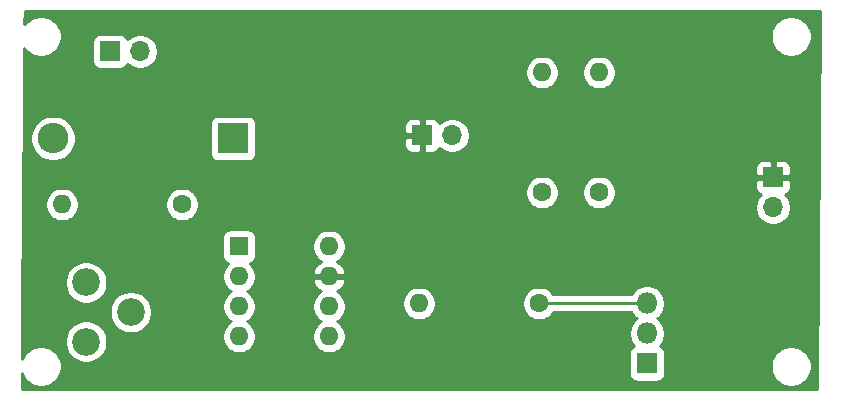
<source format=gbr>
G04 #@! TF.GenerationSoftware,KiCad,Pcbnew,5.1.5-52549c5~84~ubuntu18.04.1*
G04 #@! TF.CreationDate,2020-04-29T13:09:13+01:00*
G04 #@! TF.ProjectId,etl_driver_pcb,65746c5f-6472-4697-9665-725f7063622e,rev?*
G04 #@! TF.SameCoordinates,Original*
G04 #@! TF.FileFunction,Copper,L2,Bot*
G04 #@! TF.FilePolarity,Positive*
%FSLAX46Y46*%
G04 Gerber Fmt 4.6, Leading zero omitted, Abs format (unit mm)*
G04 Created by KiCad (PCBNEW 5.1.5-52549c5~84~ubuntu18.04.1) date 2020-04-29 13:09:13*
%MOMM*%
%LPD*%
G04 APERTURE LIST*
%ADD10C,2.340000*%
%ADD11R,2.600000X2.600000*%
%ADD12O,2.600000X2.600000*%
%ADD13R,1.700000X1.700000*%
%ADD14O,1.700000X1.700000*%
%ADD15R,1.800000X1.800000*%
%ADD16O,1.800000X1.800000*%
%ADD17C,1.600000*%
%ADD18O,1.600000X1.600000*%
%ADD19R,1.600000X1.600000*%
%ADD20C,0.250000*%
%ADD21C,0.254000*%
G04 APERTURE END LIST*
D10*
X130556000Y-120142000D03*
X134356000Y-122642000D03*
X130556000Y-125142000D03*
D11*
X143002000Y-107950000D03*
D12*
X127762000Y-107950000D03*
D13*
X132588000Y-100584000D03*
D14*
X135128000Y-100584000D03*
X161544000Y-107696000D03*
D13*
X159004000Y-107696000D03*
X188722000Y-111252000D03*
D14*
X188722000Y-113792000D03*
D15*
X178054000Y-127000000D03*
D16*
X178054000Y-124460000D03*
X178054000Y-121920000D03*
D17*
X138684000Y-113538000D03*
D18*
X128524000Y-113538000D03*
X158750000Y-121920000D03*
D17*
X168910000Y-121920000D03*
X169164000Y-112522000D03*
D18*
X169164000Y-102362000D03*
X173990000Y-102362000D03*
D17*
X173990000Y-112522000D03*
D19*
X143510000Y-117094000D03*
D18*
X151130000Y-124714000D03*
X143510000Y-119634000D03*
X151130000Y-122174000D03*
X143510000Y-122174000D03*
X151130000Y-119634000D03*
X143510000Y-124714000D03*
X151130000Y-117094000D03*
D20*
X168910000Y-121920000D02*
X178054000Y-121920000D01*
D21*
G36*
X192405996Y-129159000D02*
G01*
X125096004Y-129159000D01*
X125106472Y-127829602D01*
X125208463Y-128075831D01*
X125398337Y-128359998D01*
X125640002Y-128601663D01*
X125924169Y-128791537D01*
X126239919Y-128922325D01*
X126575117Y-128989000D01*
X126916883Y-128989000D01*
X127252081Y-128922325D01*
X127567831Y-128791537D01*
X127851998Y-128601663D01*
X128093663Y-128359998D01*
X128283537Y-128075831D01*
X128414325Y-127760081D01*
X128481000Y-127424883D01*
X128481000Y-127083117D01*
X128414325Y-126747919D01*
X128283537Y-126432169D01*
X128093663Y-126148002D01*
X127851998Y-125906337D01*
X127567831Y-125716463D01*
X127252081Y-125585675D01*
X126916883Y-125519000D01*
X126575117Y-125519000D01*
X126239919Y-125585675D01*
X125924169Y-125716463D01*
X125640002Y-125906337D01*
X125398337Y-126148002D01*
X125208463Y-126432169D01*
X125115712Y-126656090D01*
X125129033Y-124964223D01*
X128751000Y-124964223D01*
X128751000Y-125319777D01*
X128820365Y-125668499D01*
X128956429Y-125996988D01*
X129153965Y-126292621D01*
X129405379Y-126544035D01*
X129701012Y-126741571D01*
X130029501Y-126877635D01*
X130378223Y-126947000D01*
X130733777Y-126947000D01*
X131082499Y-126877635D01*
X131410988Y-126741571D01*
X131706621Y-126544035D01*
X131958035Y-126292621D01*
X132155571Y-125996988D01*
X132291635Y-125668499D01*
X132361000Y-125319777D01*
X132361000Y-124964223D01*
X132291635Y-124615501D01*
X132155571Y-124287012D01*
X131958035Y-123991379D01*
X131706621Y-123739965D01*
X131410988Y-123542429D01*
X131082499Y-123406365D01*
X130733777Y-123337000D01*
X130378223Y-123337000D01*
X130029501Y-123406365D01*
X129701012Y-123542429D01*
X129405379Y-123739965D01*
X129153965Y-123991379D01*
X128956429Y-124287012D01*
X128820365Y-124615501D01*
X128751000Y-124964223D01*
X125129033Y-124964223D01*
X125148718Y-122464223D01*
X132551000Y-122464223D01*
X132551000Y-122819777D01*
X132620365Y-123168499D01*
X132756429Y-123496988D01*
X132953965Y-123792621D01*
X133205379Y-124044035D01*
X133501012Y-124241571D01*
X133829501Y-124377635D01*
X134178223Y-124447000D01*
X134533777Y-124447000D01*
X134882499Y-124377635D01*
X135210988Y-124241571D01*
X135506621Y-124044035D01*
X135758035Y-123792621D01*
X135955571Y-123496988D01*
X136091635Y-123168499D01*
X136161000Y-122819777D01*
X136161000Y-122464223D01*
X136091635Y-122115501D01*
X135955571Y-121787012D01*
X135758035Y-121491379D01*
X135506621Y-121239965D01*
X135210988Y-121042429D01*
X134882499Y-120906365D01*
X134533777Y-120837000D01*
X134178223Y-120837000D01*
X133829501Y-120906365D01*
X133501012Y-121042429D01*
X133205379Y-121239965D01*
X132953965Y-121491379D01*
X132756429Y-121787012D01*
X132620365Y-122115501D01*
X132551000Y-122464223D01*
X125148718Y-122464223D01*
X125168403Y-119964223D01*
X128751000Y-119964223D01*
X128751000Y-120319777D01*
X128820365Y-120668499D01*
X128956429Y-120996988D01*
X129153965Y-121292621D01*
X129405379Y-121544035D01*
X129701012Y-121741571D01*
X130029501Y-121877635D01*
X130378223Y-121947000D01*
X130733777Y-121947000D01*
X131082499Y-121877635D01*
X131410988Y-121741571D01*
X131706621Y-121544035D01*
X131958035Y-121292621D01*
X132155571Y-120996988D01*
X132291635Y-120668499D01*
X132361000Y-120319777D01*
X132361000Y-119964223D01*
X132291635Y-119615501D01*
X132155571Y-119287012D01*
X131958035Y-118991379D01*
X131706621Y-118739965D01*
X131410988Y-118542429D01*
X131082499Y-118406365D01*
X130733777Y-118337000D01*
X130378223Y-118337000D01*
X130029501Y-118406365D01*
X129701012Y-118542429D01*
X129405379Y-118739965D01*
X129153965Y-118991379D01*
X128956429Y-119287012D01*
X128820365Y-119615501D01*
X128751000Y-119964223D01*
X125168403Y-119964223D01*
X125197302Y-116294000D01*
X142071928Y-116294000D01*
X142071928Y-117894000D01*
X142084188Y-118018482D01*
X142120498Y-118138180D01*
X142179463Y-118248494D01*
X142258815Y-118345185D01*
X142355506Y-118424537D01*
X142465820Y-118483502D01*
X142585518Y-118519812D01*
X142593961Y-118520643D01*
X142395363Y-118719241D01*
X142238320Y-118954273D01*
X142130147Y-119215426D01*
X142075000Y-119492665D01*
X142075000Y-119775335D01*
X142130147Y-120052574D01*
X142238320Y-120313727D01*
X142395363Y-120548759D01*
X142595241Y-120748637D01*
X142827759Y-120904000D01*
X142595241Y-121059363D01*
X142395363Y-121259241D01*
X142238320Y-121494273D01*
X142130147Y-121755426D01*
X142075000Y-122032665D01*
X142075000Y-122315335D01*
X142130147Y-122592574D01*
X142238320Y-122853727D01*
X142395363Y-123088759D01*
X142595241Y-123288637D01*
X142827759Y-123444000D01*
X142595241Y-123599363D01*
X142395363Y-123799241D01*
X142238320Y-124034273D01*
X142130147Y-124295426D01*
X142075000Y-124572665D01*
X142075000Y-124855335D01*
X142130147Y-125132574D01*
X142238320Y-125393727D01*
X142395363Y-125628759D01*
X142595241Y-125828637D01*
X142830273Y-125985680D01*
X143091426Y-126093853D01*
X143368665Y-126149000D01*
X143651335Y-126149000D01*
X143928574Y-126093853D01*
X144189727Y-125985680D01*
X144424759Y-125828637D01*
X144624637Y-125628759D01*
X144781680Y-125393727D01*
X144889853Y-125132574D01*
X144945000Y-124855335D01*
X144945000Y-124572665D01*
X144889853Y-124295426D01*
X144781680Y-124034273D01*
X144624637Y-123799241D01*
X144424759Y-123599363D01*
X144192241Y-123444000D01*
X144424759Y-123288637D01*
X144624637Y-123088759D01*
X144781680Y-122853727D01*
X144889853Y-122592574D01*
X144945000Y-122315335D01*
X144945000Y-122032665D01*
X149695000Y-122032665D01*
X149695000Y-122315335D01*
X149750147Y-122592574D01*
X149858320Y-122853727D01*
X150015363Y-123088759D01*
X150215241Y-123288637D01*
X150447759Y-123444000D01*
X150215241Y-123599363D01*
X150015363Y-123799241D01*
X149858320Y-124034273D01*
X149750147Y-124295426D01*
X149695000Y-124572665D01*
X149695000Y-124855335D01*
X149750147Y-125132574D01*
X149858320Y-125393727D01*
X150015363Y-125628759D01*
X150215241Y-125828637D01*
X150450273Y-125985680D01*
X150711426Y-126093853D01*
X150988665Y-126149000D01*
X151271335Y-126149000D01*
X151548574Y-126093853D01*
X151809727Y-125985680D01*
X152044759Y-125828637D01*
X152244637Y-125628759D01*
X152401680Y-125393727D01*
X152509853Y-125132574D01*
X152565000Y-124855335D01*
X152565000Y-124572665D01*
X152509853Y-124295426D01*
X152401680Y-124034273D01*
X152244637Y-123799241D01*
X152044759Y-123599363D01*
X151812241Y-123444000D01*
X152044759Y-123288637D01*
X152244637Y-123088759D01*
X152401680Y-122853727D01*
X152509853Y-122592574D01*
X152565000Y-122315335D01*
X152565000Y-122032665D01*
X152514476Y-121778665D01*
X157315000Y-121778665D01*
X157315000Y-122061335D01*
X157370147Y-122338574D01*
X157478320Y-122599727D01*
X157635363Y-122834759D01*
X157835241Y-123034637D01*
X158070273Y-123191680D01*
X158331426Y-123299853D01*
X158608665Y-123355000D01*
X158891335Y-123355000D01*
X159168574Y-123299853D01*
X159429727Y-123191680D01*
X159664759Y-123034637D01*
X159864637Y-122834759D01*
X160021680Y-122599727D01*
X160129853Y-122338574D01*
X160185000Y-122061335D01*
X160185000Y-121778665D01*
X167475000Y-121778665D01*
X167475000Y-122061335D01*
X167530147Y-122338574D01*
X167638320Y-122599727D01*
X167795363Y-122834759D01*
X167995241Y-123034637D01*
X168230273Y-123191680D01*
X168491426Y-123299853D01*
X168768665Y-123355000D01*
X169051335Y-123355000D01*
X169328574Y-123299853D01*
X169589727Y-123191680D01*
X169824759Y-123034637D01*
X170024637Y-122834759D01*
X170128043Y-122680000D01*
X176715687Y-122680000D01*
X176861688Y-122898505D01*
X177075495Y-123112312D01*
X177191763Y-123190000D01*
X177075495Y-123267688D01*
X176861688Y-123481495D01*
X176693701Y-123732905D01*
X176577989Y-124012257D01*
X176519000Y-124308816D01*
X176519000Y-124611184D01*
X176577989Y-124907743D01*
X176693701Y-125187095D01*
X176861688Y-125438505D01*
X176928127Y-125504944D01*
X176909820Y-125510498D01*
X176799506Y-125569463D01*
X176702815Y-125648815D01*
X176623463Y-125745506D01*
X176564498Y-125855820D01*
X176528188Y-125975518D01*
X176515928Y-126100000D01*
X176515928Y-127900000D01*
X176528188Y-128024482D01*
X176564498Y-128144180D01*
X176623463Y-128254494D01*
X176702815Y-128351185D01*
X176799506Y-128430537D01*
X176909820Y-128489502D01*
X177029518Y-128525812D01*
X177154000Y-128538072D01*
X178954000Y-128538072D01*
X179078482Y-128525812D01*
X179198180Y-128489502D01*
X179308494Y-128430537D01*
X179405185Y-128351185D01*
X179484537Y-128254494D01*
X179543502Y-128144180D01*
X179579812Y-128024482D01*
X179592072Y-127900000D01*
X179592072Y-127083117D01*
X188511000Y-127083117D01*
X188511000Y-127424883D01*
X188577675Y-127760081D01*
X188708463Y-128075831D01*
X188898337Y-128359998D01*
X189140002Y-128601663D01*
X189424169Y-128791537D01*
X189739919Y-128922325D01*
X190075117Y-128989000D01*
X190416883Y-128989000D01*
X190752081Y-128922325D01*
X191067831Y-128791537D01*
X191351998Y-128601663D01*
X191593663Y-128359998D01*
X191783537Y-128075831D01*
X191914325Y-127760081D01*
X191981000Y-127424883D01*
X191981000Y-127083117D01*
X191914325Y-126747919D01*
X191783537Y-126432169D01*
X191593663Y-126148002D01*
X191351998Y-125906337D01*
X191067831Y-125716463D01*
X190752081Y-125585675D01*
X190416883Y-125519000D01*
X190075117Y-125519000D01*
X189739919Y-125585675D01*
X189424169Y-125716463D01*
X189140002Y-125906337D01*
X188898337Y-126148002D01*
X188708463Y-126432169D01*
X188577675Y-126747919D01*
X188511000Y-127083117D01*
X179592072Y-127083117D01*
X179592072Y-126100000D01*
X179579812Y-125975518D01*
X179543502Y-125855820D01*
X179484537Y-125745506D01*
X179405185Y-125648815D01*
X179308494Y-125569463D01*
X179198180Y-125510498D01*
X179179873Y-125504944D01*
X179246312Y-125438505D01*
X179414299Y-125187095D01*
X179530011Y-124907743D01*
X179589000Y-124611184D01*
X179589000Y-124308816D01*
X179530011Y-124012257D01*
X179414299Y-123732905D01*
X179246312Y-123481495D01*
X179032505Y-123267688D01*
X178916237Y-123190000D01*
X179032505Y-123112312D01*
X179246312Y-122898505D01*
X179414299Y-122647095D01*
X179530011Y-122367743D01*
X179589000Y-122071184D01*
X179589000Y-121768816D01*
X179530011Y-121472257D01*
X179414299Y-121192905D01*
X179246312Y-120941495D01*
X179032505Y-120727688D01*
X178781095Y-120559701D01*
X178501743Y-120443989D01*
X178205184Y-120385000D01*
X177902816Y-120385000D01*
X177606257Y-120443989D01*
X177326905Y-120559701D01*
X177075495Y-120727688D01*
X176861688Y-120941495D01*
X176715687Y-121160000D01*
X170128043Y-121160000D01*
X170024637Y-121005241D01*
X169824759Y-120805363D01*
X169589727Y-120648320D01*
X169328574Y-120540147D01*
X169051335Y-120485000D01*
X168768665Y-120485000D01*
X168491426Y-120540147D01*
X168230273Y-120648320D01*
X167995241Y-120805363D01*
X167795363Y-121005241D01*
X167638320Y-121240273D01*
X167530147Y-121501426D01*
X167475000Y-121778665D01*
X160185000Y-121778665D01*
X160129853Y-121501426D01*
X160021680Y-121240273D01*
X159864637Y-121005241D01*
X159664759Y-120805363D01*
X159429727Y-120648320D01*
X159168574Y-120540147D01*
X158891335Y-120485000D01*
X158608665Y-120485000D01*
X158331426Y-120540147D01*
X158070273Y-120648320D01*
X157835241Y-120805363D01*
X157635363Y-121005241D01*
X157478320Y-121240273D01*
X157370147Y-121501426D01*
X157315000Y-121778665D01*
X152514476Y-121778665D01*
X152509853Y-121755426D01*
X152401680Y-121494273D01*
X152244637Y-121259241D01*
X152044759Y-121059363D01*
X151809727Y-120902320D01*
X151799135Y-120897933D01*
X151985131Y-120786385D01*
X152193519Y-120597414D01*
X152361037Y-120371420D01*
X152481246Y-120117087D01*
X152521904Y-119983039D01*
X152399915Y-119761000D01*
X151257000Y-119761000D01*
X151257000Y-119781000D01*
X151003000Y-119781000D01*
X151003000Y-119761000D01*
X149860085Y-119761000D01*
X149738096Y-119983039D01*
X149778754Y-120117087D01*
X149898963Y-120371420D01*
X150066481Y-120597414D01*
X150274869Y-120786385D01*
X150460865Y-120897933D01*
X150450273Y-120902320D01*
X150215241Y-121059363D01*
X150015363Y-121259241D01*
X149858320Y-121494273D01*
X149750147Y-121755426D01*
X149695000Y-122032665D01*
X144945000Y-122032665D01*
X144889853Y-121755426D01*
X144781680Y-121494273D01*
X144624637Y-121259241D01*
X144424759Y-121059363D01*
X144192241Y-120904000D01*
X144424759Y-120748637D01*
X144624637Y-120548759D01*
X144781680Y-120313727D01*
X144889853Y-120052574D01*
X144945000Y-119775335D01*
X144945000Y-119492665D01*
X144889853Y-119215426D01*
X144781680Y-118954273D01*
X144624637Y-118719241D01*
X144426039Y-118520643D01*
X144434482Y-118519812D01*
X144554180Y-118483502D01*
X144664494Y-118424537D01*
X144761185Y-118345185D01*
X144840537Y-118248494D01*
X144899502Y-118138180D01*
X144935812Y-118018482D01*
X144948072Y-117894000D01*
X144948072Y-116952665D01*
X149695000Y-116952665D01*
X149695000Y-117235335D01*
X149750147Y-117512574D01*
X149858320Y-117773727D01*
X150015363Y-118008759D01*
X150215241Y-118208637D01*
X150450273Y-118365680D01*
X150460865Y-118370067D01*
X150274869Y-118481615D01*
X150066481Y-118670586D01*
X149898963Y-118896580D01*
X149778754Y-119150913D01*
X149738096Y-119284961D01*
X149860085Y-119507000D01*
X151003000Y-119507000D01*
X151003000Y-119487000D01*
X151257000Y-119487000D01*
X151257000Y-119507000D01*
X152399915Y-119507000D01*
X152521904Y-119284961D01*
X152481246Y-119150913D01*
X152361037Y-118896580D01*
X152193519Y-118670586D01*
X151985131Y-118481615D01*
X151799135Y-118370067D01*
X151809727Y-118365680D01*
X152044759Y-118208637D01*
X152244637Y-118008759D01*
X152401680Y-117773727D01*
X152509853Y-117512574D01*
X152565000Y-117235335D01*
X152565000Y-116952665D01*
X152509853Y-116675426D01*
X152401680Y-116414273D01*
X152244637Y-116179241D01*
X152044759Y-115979363D01*
X151809727Y-115822320D01*
X151548574Y-115714147D01*
X151271335Y-115659000D01*
X150988665Y-115659000D01*
X150711426Y-115714147D01*
X150450273Y-115822320D01*
X150215241Y-115979363D01*
X150015363Y-116179241D01*
X149858320Y-116414273D01*
X149750147Y-116675426D01*
X149695000Y-116952665D01*
X144948072Y-116952665D01*
X144948072Y-116294000D01*
X144935812Y-116169518D01*
X144899502Y-116049820D01*
X144840537Y-115939506D01*
X144761185Y-115842815D01*
X144664494Y-115763463D01*
X144554180Y-115704498D01*
X144434482Y-115668188D01*
X144310000Y-115655928D01*
X142710000Y-115655928D01*
X142585518Y-115668188D01*
X142465820Y-115704498D01*
X142355506Y-115763463D01*
X142258815Y-115842815D01*
X142179463Y-115939506D01*
X142120498Y-116049820D01*
X142084188Y-116169518D01*
X142071928Y-116294000D01*
X125197302Y-116294000D01*
X125220116Y-113396665D01*
X127089000Y-113396665D01*
X127089000Y-113679335D01*
X127144147Y-113956574D01*
X127252320Y-114217727D01*
X127409363Y-114452759D01*
X127609241Y-114652637D01*
X127844273Y-114809680D01*
X128105426Y-114917853D01*
X128382665Y-114973000D01*
X128665335Y-114973000D01*
X128942574Y-114917853D01*
X129203727Y-114809680D01*
X129438759Y-114652637D01*
X129638637Y-114452759D01*
X129795680Y-114217727D01*
X129903853Y-113956574D01*
X129959000Y-113679335D01*
X129959000Y-113396665D01*
X137249000Y-113396665D01*
X137249000Y-113679335D01*
X137304147Y-113956574D01*
X137412320Y-114217727D01*
X137569363Y-114452759D01*
X137769241Y-114652637D01*
X138004273Y-114809680D01*
X138265426Y-114917853D01*
X138542665Y-114973000D01*
X138825335Y-114973000D01*
X139102574Y-114917853D01*
X139363727Y-114809680D01*
X139598759Y-114652637D01*
X139798637Y-114452759D01*
X139955680Y-114217727D01*
X140063853Y-113956574D01*
X140119000Y-113679335D01*
X140119000Y-113396665D01*
X140063853Y-113119426D01*
X139955680Y-112858273D01*
X139798637Y-112623241D01*
X139598759Y-112423363D01*
X139534857Y-112380665D01*
X167729000Y-112380665D01*
X167729000Y-112663335D01*
X167784147Y-112940574D01*
X167892320Y-113201727D01*
X168049363Y-113436759D01*
X168249241Y-113636637D01*
X168484273Y-113793680D01*
X168745426Y-113901853D01*
X169022665Y-113957000D01*
X169305335Y-113957000D01*
X169582574Y-113901853D01*
X169843727Y-113793680D01*
X170078759Y-113636637D01*
X170278637Y-113436759D01*
X170435680Y-113201727D01*
X170543853Y-112940574D01*
X170599000Y-112663335D01*
X170599000Y-112380665D01*
X172555000Y-112380665D01*
X172555000Y-112663335D01*
X172610147Y-112940574D01*
X172718320Y-113201727D01*
X172875363Y-113436759D01*
X173075241Y-113636637D01*
X173310273Y-113793680D01*
X173571426Y-113901853D01*
X173848665Y-113957000D01*
X174131335Y-113957000D01*
X174408574Y-113901853D01*
X174669727Y-113793680D01*
X174904759Y-113636637D01*
X175104637Y-113436759D01*
X175261680Y-113201727D01*
X175369853Y-112940574D01*
X175425000Y-112663335D01*
X175425000Y-112380665D01*
X175369853Y-112103426D01*
X175369263Y-112102000D01*
X187233928Y-112102000D01*
X187246188Y-112226482D01*
X187282498Y-112346180D01*
X187341463Y-112456494D01*
X187420815Y-112553185D01*
X187517506Y-112632537D01*
X187627820Y-112691502D01*
X187700380Y-112713513D01*
X187568525Y-112845368D01*
X187406010Y-113088589D01*
X187294068Y-113358842D01*
X187237000Y-113645740D01*
X187237000Y-113938260D01*
X187294068Y-114225158D01*
X187406010Y-114495411D01*
X187568525Y-114738632D01*
X187775368Y-114945475D01*
X188018589Y-115107990D01*
X188288842Y-115219932D01*
X188575740Y-115277000D01*
X188868260Y-115277000D01*
X189155158Y-115219932D01*
X189425411Y-115107990D01*
X189668632Y-114945475D01*
X189875475Y-114738632D01*
X190037990Y-114495411D01*
X190149932Y-114225158D01*
X190207000Y-113938260D01*
X190207000Y-113645740D01*
X190149932Y-113358842D01*
X190037990Y-113088589D01*
X189875475Y-112845368D01*
X189743620Y-112713513D01*
X189816180Y-112691502D01*
X189926494Y-112632537D01*
X190023185Y-112553185D01*
X190102537Y-112456494D01*
X190161502Y-112346180D01*
X190197812Y-112226482D01*
X190210072Y-112102000D01*
X190207000Y-111537750D01*
X190048250Y-111379000D01*
X188849000Y-111379000D01*
X188849000Y-111399000D01*
X188595000Y-111399000D01*
X188595000Y-111379000D01*
X187395750Y-111379000D01*
X187237000Y-111537750D01*
X187233928Y-112102000D01*
X175369263Y-112102000D01*
X175261680Y-111842273D01*
X175104637Y-111607241D01*
X174904759Y-111407363D01*
X174669727Y-111250320D01*
X174408574Y-111142147D01*
X174131335Y-111087000D01*
X173848665Y-111087000D01*
X173571426Y-111142147D01*
X173310273Y-111250320D01*
X173075241Y-111407363D01*
X172875363Y-111607241D01*
X172718320Y-111842273D01*
X172610147Y-112103426D01*
X172555000Y-112380665D01*
X170599000Y-112380665D01*
X170543853Y-112103426D01*
X170435680Y-111842273D01*
X170278637Y-111607241D01*
X170078759Y-111407363D01*
X169843727Y-111250320D01*
X169582574Y-111142147D01*
X169305335Y-111087000D01*
X169022665Y-111087000D01*
X168745426Y-111142147D01*
X168484273Y-111250320D01*
X168249241Y-111407363D01*
X168049363Y-111607241D01*
X167892320Y-111842273D01*
X167784147Y-112103426D01*
X167729000Y-112380665D01*
X139534857Y-112380665D01*
X139363727Y-112266320D01*
X139102574Y-112158147D01*
X138825335Y-112103000D01*
X138542665Y-112103000D01*
X138265426Y-112158147D01*
X138004273Y-112266320D01*
X137769241Y-112423363D01*
X137569363Y-112623241D01*
X137412320Y-112858273D01*
X137304147Y-113119426D01*
X137249000Y-113396665D01*
X129959000Y-113396665D01*
X129903853Y-113119426D01*
X129795680Y-112858273D01*
X129638637Y-112623241D01*
X129438759Y-112423363D01*
X129203727Y-112266320D01*
X128942574Y-112158147D01*
X128665335Y-112103000D01*
X128382665Y-112103000D01*
X128105426Y-112158147D01*
X127844273Y-112266320D01*
X127609241Y-112423363D01*
X127409363Y-112623241D01*
X127252320Y-112858273D01*
X127144147Y-113119426D01*
X127089000Y-113396665D01*
X125220116Y-113396665D01*
X125243696Y-110402000D01*
X187233928Y-110402000D01*
X187237000Y-110966250D01*
X187395750Y-111125000D01*
X188595000Y-111125000D01*
X188595000Y-109925750D01*
X188849000Y-109925750D01*
X188849000Y-111125000D01*
X190048250Y-111125000D01*
X190207000Y-110966250D01*
X190210072Y-110402000D01*
X190197812Y-110277518D01*
X190161502Y-110157820D01*
X190102537Y-110047506D01*
X190023185Y-109950815D01*
X189926494Y-109871463D01*
X189816180Y-109812498D01*
X189696482Y-109776188D01*
X189572000Y-109763928D01*
X189007750Y-109767000D01*
X188849000Y-109925750D01*
X188595000Y-109925750D01*
X188436250Y-109767000D01*
X187872000Y-109763928D01*
X187747518Y-109776188D01*
X187627820Y-109812498D01*
X187517506Y-109871463D01*
X187420815Y-109950815D01*
X187341463Y-110047506D01*
X187282498Y-110157820D01*
X187246188Y-110277518D01*
X187233928Y-110402000D01*
X125243696Y-110402000D01*
X125264504Y-107759419D01*
X125827000Y-107759419D01*
X125827000Y-108140581D01*
X125901361Y-108514419D01*
X126047225Y-108866566D01*
X126258987Y-109183491D01*
X126528509Y-109453013D01*
X126845434Y-109664775D01*
X127197581Y-109810639D01*
X127571419Y-109885000D01*
X127952581Y-109885000D01*
X128326419Y-109810639D01*
X128678566Y-109664775D01*
X128995491Y-109453013D01*
X129265013Y-109183491D01*
X129476775Y-108866566D01*
X129622639Y-108514419D01*
X129697000Y-108140581D01*
X129697000Y-107759419D01*
X129622639Y-107385581D01*
X129476775Y-107033434D01*
X129265013Y-106716509D01*
X129198504Y-106650000D01*
X141063928Y-106650000D01*
X141063928Y-109250000D01*
X141076188Y-109374482D01*
X141112498Y-109494180D01*
X141171463Y-109604494D01*
X141250815Y-109701185D01*
X141347506Y-109780537D01*
X141457820Y-109839502D01*
X141577518Y-109875812D01*
X141702000Y-109888072D01*
X144302000Y-109888072D01*
X144426482Y-109875812D01*
X144546180Y-109839502D01*
X144656494Y-109780537D01*
X144753185Y-109701185D01*
X144832537Y-109604494D01*
X144891502Y-109494180D01*
X144927812Y-109374482D01*
X144940072Y-109250000D01*
X144940072Y-108546000D01*
X157515928Y-108546000D01*
X157528188Y-108670482D01*
X157564498Y-108790180D01*
X157623463Y-108900494D01*
X157702815Y-108997185D01*
X157799506Y-109076537D01*
X157909820Y-109135502D01*
X158029518Y-109171812D01*
X158154000Y-109184072D01*
X158718250Y-109181000D01*
X158877000Y-109022250D01*
X158877000Y-107823000D01*
X157677750Y-107823000D01*
X157519000Y-107981750D01*
X157515928Y-108546000D01*
X144940072Y-108546000D01*
X144940072Y-106846000D01*
X157515928Y-106846000D01*
X157519000Y-107410250D01*
X157677750Y-107569000D01*
X158877000Y-107569000D01*
X158877000Y-106369750D01*
X159131000Y-106369750D01*
X159131000Y-107569000D01*
X159151000Y-107569000D01*
X159151000Y-107823000D01*
X159131000Y-107823000D01*
X159131000Y-109022250D01*
X159289750Y-109181000D01*
X159854000Y-109184072D01*
X159978482Y-109171812D01*
X160098180Y-109135502D01*
X160208494Y-109076537D01*
X160305185Y-108997185D01*
X160384537Y-108900494D01*
X160443502Y-108790180D01*
X160465513Y-108717620D01*
X160597368Y-108849475D01*
X160840589Y-109011990D01*
X161110842Y-109123932D01*
X161397740Y-109181000D01*
X161690260Y-109181000D01*
X161977158Y-109123932D01*
X162247411Y-109011990D01*
X162490632Y-108849475D01*
X162697475Y-108642632D01*
X162859990Y-108399411D01*
X162971932Y-108129158D01*
X163029000Y-107842260D01*
X163029000Y-107549740D01*
X162971932Y-107262842D01*
X162859990Y-106992589D01*
X162697475Y-106749368D01*
X162490632Y-106542525D01*
X162247411Y-106380010D01*
X161977158Y-106268068D01*
X161690260Y-106211000D01*
X161397740Y-106211000D01*
X161110842Y-106268068D01*
X160840589Y-106380010D01*
X160597368Y-106542525D01*
X160465513Y-106674380D01*
X160443502Y-106601820D01*
X160384537Y-106491506D01*
X160305185Y-106394815D01*
X160208494Y-106315463D01*
X160098180Y-106256498D01*
X159978482Y-106220188D01*
X159854000Y-106207928D01*
X159289750Y-106211000D01*
X159131000Y-106369750D01*
X158877000Y-106369750D01*
X158718250Y-106211000D01*
X158154000Y-106207928D01*
X158029518Y-106220188D01*
X157909820Y-106256498D01*
X157799506Y-106315463D01*
X157702815Y-106394815D01*
X157623463Y-106491506D01*
X157564498Y-106601820D01*
X157528188Y-106721518D01*
X157515928Y-106846000D01*
X144940072Y-106846000D01*
X144940072Y-106650000D01*
X144927812Y-106525518D01*
X144891502Y-106405820D01*
X144832537Y-106295506D01*
X144753185Y-106198815D01*
X144656494Y-106119463D01*
X144546180Y-106060498D01*
X144426482Y-106024188D01*
X144302000Y-106011928D01*
X141702000Y-106011928D01*
X141577518Y-106024188D01*
X141457820Y-106060498D01*
X141347506Y-106119463D01*
X141250815Y-106198815D01*
X141171463Y-106295506D01*
X141112498Y-106405820D01*
X141076188Y-106525518D01*
X141063928Y-106650000D01*
X129198504Y-106650000D01*
X128995491Y-106446987D01*
X128678566Y-106235225D01*
X128326419Y-106089361D01*
X127952581Y-106015000D01*
X127571419Y-106015000D01*
X127197581Y-106089361D01*
X126845434Y-106235225D01*
X126528509Y-106446987D01*
X126258987Y-106716509D01*
X126047225Y-107033434D01*
X125901361Y-107385581D01*
X125827000Y-107759419D01*
X125264504Y-107759419D01*
X125308116Y-102220665D01*
X167729000Y-102220665D01*
X167729000Y-102503335D01*
X167784147Y-102780574D01*
X167892320Y-103041727D01*
X168049363Y-103276759D01*
X168249241Y-103476637D01*
X168484273Y-103633680D01*
X168745426Y-103741853D01*
X169022665Y-103797000D01*
X169305335Y-103797000D01*
X169582574Y-103741853D01*
X169843727Y-103633680D01*
X170078759Y-103476637D01*
X170278637Y-103276759D01*
X170435680Y-103041727D01*
X170543853Y-102780574D01*
X170599000Y-102503335D01*
X170599000Y-102220665D01*
X172555000Y-102220665D01*
X172555000Y-102503335D01*
X172610147Y-102780574D01*
X172718320Y-103041727D01*
X172875363Y-103276759D01*
X173075241Y-103476637D01*
X173310273Y-103633680D01*
X173571426Y-103741853D01*
X173848665Y-103797000D01*
X174131335Y-103797000D01*
X174408574Y-103741853D01*
X174669727Y-103633680D01*
X174904759Y-103476637D01*
X175104637Y-103276759D01*
X175261680Y-103041727D01*
X175369853Y-102780574D01*
X175425000Y-102503335D01*
X175425000Y-102220665D01*
X175369853Y-101943426D01*
X175261680Y-101682273D01*
X175104637Y-101447241D01*
X174904759Y-101247363D01*
X174669727Y-101090320D01*
X174408574Y-100982147D01*
X174131335Y-100927000D01*
X173848665Y-100927000D01*
X173571426Y-100982147D01*
X173310273Y-101090320D01*
X173075241Y-101247363D01*
X172875363Y-101447241D01*
X172718320Y-101682273D01*
X172610147Y-101943426D01*
X172555000Y-102220665D01*
X170599000Y-102220665D01*
X170543853Y-101943426D01*
X170435680Y-101682273D01*
X170278637Y-101447241D01*
X170078759Y-101247363D01*
X169843727Y-101090320D01*
X169582574Y-100982147D01*
X169305335Y-100927000D01*
X169022665Y-100927000D01*
X168745426Y-100982147D01*
X168484273Y-101090320D01*
X168249241Y-101247363D01*
X168049363Y-101447241D01*
X167892320Y-101682273D01*
X167784147Y-101943426D01*
X167729000Y-102220665D01*
X125308116Y-102220665D01*
X125323181Y-100307519D01*
X125398337Y-100419998D01*
X125640002Y-100661663D01*
X125924169Y-100851537D01*
X126239919Y-100982325D01*
X126575117Y-101049000D01*
X126916883Y-101049000D01*
X127252081Y-100982325D01*
X127567831Y-100851537D01*
X127851998Y-100661663D01*
X128093663Y-100419998D01*
X128283537Y-100135831D01*
X128414325Y-99820081D01*
X128431447Y-99734000D01*
X131099928Y-99734000D01*
X131099928Y-101434000D01*
X131112188Y-101558482D01*
X131148498Y-101678180D01*
X131207463Y-101788494D01*
X131286815Y-101885185D01*
X131383506Y-101964537D01*
X131493820Y-102023502D01*
X131613518Y-102059812D01*
X131738000Y-102072072D01*
X133438000Y-102072072D01*
X133562482Y-102059812D01*
X133682180Y-102023502D01*
X133792494Y-101964537D01*
X133889185Y-101885185D01*
X133968537Y-101788494D01*
X134027502Y-101678180D01*
X134049513Y-101605620D01*
X134181368Y-101737475D01*
X134424589Y-101899990D01*
X134694842Y-102011932D01*
X134981740Y-102069000D01*
X135274260Y-102069000D01*
X135561158Y-102011932D01*
X135831411Y-101899990D01*
X136074632Y-101737475D01*
X136281475Y-101530632D01*
X136443990Y-101287411D01*
X136555932Y-101017158D01*
X136613000Y-100730260D01*
X136613000Y-100437740D01*
X136555932Y-100150842D01*
X136443990Y-99880589D01*
X136281475Y-99637368D01*
X136074632Y-99430525D01*
X135831411Y-99268010D01*
X135561158Y-99156068D01*
X135496050Y-99143117D01*
X188511000Y-99143117D01*
X188511000Y-99484883D01*
X188577675Y-99820081D01*
X188708463Y-100135831D01*
X188898337Y-100419998D01*
X189140002Y-100661663D01*
X189424169Y-100851537D01*
X189739919Y-100982325D01*
X190075117Y-101049000D01*
X190416883Y-101049000D01*
X190752081Y-100982325D01*
X191067831Y-100851537D01*
X191351998Y-100661663D01*
X191593663Y-100419998D01*
X191783537Y-100135831D01*
X191914325Y-99820081D01*
X191981000Y-99484883D01*
X191981000Y-99143117D01*
X191914325Y-98807919D01*
X191783537Y-98492169D01*
X191593663Y-98208002D01*
X191351998Y-97966337D01*
X191067831Y-97776463D01*
X190752081Y-97645675D01*
X190416883Y-97579000D01*
X190075117Y-97579000D01*
X189739919Y-97645675D01*
X189424169Y-97776463D01*
X189140002Y-97966337D01*
X188898337Y-98208002D01*
X188708463Y-98492169D01*
X188577675Y-98807919D01*
X188511000Y-99143117D01*
X135496050Y-99143117D01*
X135274260Y-99099000D01*
X134981740Y-99099000D01*
X134694842Y-99156068D01*
X134424589Y-99268010D01*
X134181368Y-99430525D01*
X134049513Y-99562380D01*
X134027502Y-99489820D01*
X133968537Y-99379506D01*
X133889185Y-99282815D01*
X133792494Y-99203463D01*
X133682180Y-99144498D01*
X133562482Y-99108188D01*
X133438000Y-99095928D01*
X131738000Y-99095928D01*
X131613518Y-99108188D01*
X131493820Y-99144498D01*
X131383506Y-99203463D01*
X131286815Y-99282815D01*
X131207463Y-99379506D01*
X131148498Y-99489820D01*
X131112188Y-99609518D01*
X131099928Y-99734000D01*
X128431447Y-99734000D01*
X128481000Y-99484883D01*
X128481000Y-99143117D01*
X128414325Y-98807919D01*
X128283537Y-98492169D01*
X128093663Y-98208002D01*
X127851998Y-97966337D01*
X127567831Y-97776463D01*
X127252081Y-97645675D01*
X126916883Y-97579000D01*
X126575117Y-97579000D01*
X126239919Y-97645675D01*
X125924169Y-97776463D01*
X125640002Y-97966337D01*
X125398337Y-98208002D01*
X125339014Y-98296786D01*
X125347807Y-97180000D01*
X192657799Y-97180000D01*
X192405996Y-129159000D01*
G37*
X192405996Y-129159000D02*
X125096004Y-129159000D01*
X125106472Y-127829602D01*
X125208463Y-128075831D01*
X125398337Y-128359998D01*
X125640002Y-128601663D01*
X125924169Y-128791537D01*
X126239919Y-128922325D01*
X126575117Y-128989000D01*
X126916883Y-128989000D01*
X127252081Y-128922325D01*
X127567831Y-128791537D01*
X127851998Y-128601663D01*
X128093663Y-128359998D01*
X128283537Y-128075831D01*
X128414325Y-127760081D01*
X128481000Y-127424883D01*
X128481000Y-127083117D01*
X128414325Y-126747919D01*
X128283537Y-126432169D01*
X128093663Y-126148002D01*
X127851998Y-125906337D01*
X127567831Y-125716463D01*
X127252081Y-125585675D01*
X126916883Y-125519000D01*
X126575117Y-125519000D01*
X126239919Y-125585675D01*
X125924169Y-125716463D01*
X125640002Y-125906337D01*
X125398337Y-126148002D01*
X125208463Y-126432169D01*
X125115712Y-126656090D01*
X125129033Y-124964223D01*
X128751000Y-124964223D01*
X128751000Y-125319777D01*
X128820365Y-125668499D01*
X128956429Y-125996988D01*
X129153965Y-126292621D01*
X129405379Y-126544035D01*
X129701012Y-126741571D01*
X130029501Y-126877635D01*
X130378223Y-126947000D01*
X130733777Y-126947000D01*
X131082499Y-126877635D01*
X131410988Y-126741571D01*
X131706621Y-126544035D01*
X131958035Y-126292621D01*
X132155571Y-125996988D01*
X132291635Y-125668499D01*
X132361000Y-125319777D01*
X132361000Y-124964223D01*
X132291635Y-124615501D01*
X132155571Y-124287012D01*
X131958035Y-123991379D01*
X131706621Y-123739965D01*
X131410988Y-123542429D01*
X131082499Y-123406365D01*
X130733777Y-123337000D01*
X130378223Y-123337000D01*
X130029501Y-123406365D01*
X129701012Y-123542429D01*
X129405379Y-123739965D01*
X129153965Y-123991379D01*
X128956429Y-124287012D01*
X128820365Y-124615501D01*
X128751000Y-124964223D01*
X125129033Y-124964223D01*
X125148718Y-122464223D01*
X132551000Y-122464223D01*
X132551000Y-122819777D01*
X132620365Y-123168499D01*
X132756429Y-123496988D01*
X132953965Y-123792621D01*
X133205379Y-124044035D01*
X133501012Y-124241571D01*
X133829501Y-124377635D01*
X134178223Y-124447000D01*
X134533777Y-124447000D01*
X134882499Y-124377635D01*
X135210988Y-124241571D01*
X135506621Y-124044035D01*
X135758035Y-123792621D01*
X135955571Y-123496988D01*
X136091635Y-123168499D01*
X136161000Y-122819777D01*
X136161000Y-122464223D01*
X136091635Y-122115501D01*
X135955571Y-121787012D01*
X135758035Y-121491379D01*
X135506621Y-121239965D01*
X135210988Y-121042429D01*
X134882499Y-120906365D01*
X134533777Y-120837000D01*
X134178223Y-120837000D01*
X133829501Y-120906365D01*
X133501012Y-121042429D01*
X133205379Y-121239965D01*
X132953965Y-121491379D01*
X132756429Y-121787012D01*
X132620365Y-122115501D01*
X132551000Y-122464223D01*
X125148718Y-122464223D01*
X125168403Y-119964223D01*
X128751000Y-119964223D01*
X128751000Y-120319777D01*
X128820365Y-120668499D01*
X128956429Y-120996988D01*
X129153965Y-121292621D01*
X129405379Y-121544035D01*
X129701012Y-121741571D01*
X130029501Y-121877635D01*
X130378223Y-121947000D01*
X130733777Y-121947000D01*
X131082499Y-121877635D01*
X131410988Y-121741571D01*
X131706621Y-121544035D01*
X131958035Y-121292621D01*
X132155571Y-120996988D01*
X132291635Y-120668499D01*
X132361000Y-120319777D01*
X132361000Y-119964223D01*
X132291635Y-119615501D01*
X132155571Y-119287012D01*
X131958035Y-118991379D01*
X131706621Y-118739965D01*
X131410988Y-118542429D01*
X131082499Y-118406365D01*
X130733777Y-118337000D01*
X130378223Y-118337000D01*
X130029501Y-118406365D01*
X129701012Y-118542429D01*
X129405379Y-118739965D01*
X129153965Y-118991379D01*
X128956429Y-119287012D01*
X128820365Y-119615501D01*
X128751000Y-119964223D01*
X125168403Y-119964223D01*
X125197302Y-116294000D01*
X142071928Y-116294000D01*
X142071928Y-117894000D01*
X142084188Y-118018482D01*
X142120498Y-118138180D01*
X142179463Y-118248494D01*
X142258815Y-118345185D01*
X142355506Y-118424537D01*
X142465820Y-118483502D01*
X142585518Y-118519812D01*
X142593961Y-118520643D01*
X142395363Y-118719241D01*
X142238320Y-118954273D01*
X142130147Y-119215426D01*
X142075000Y-119492665D01*
X142075000Y-119775335D01*
X142130147Y-120052574D01*
X142238320Y-120313727D01*
X142395363Y-120548759D01*
X142595241Y-120748637D01*
X142827759Y-120904000D01*
X142595241Y-121059363D01*
X142395363Y-121259241D01*
X142238320Y-121494273D01*
X142130147Y-121755426D01*
X142075000Y-122032665D01*
X142075000Y-122315335D01*
X142130147Y-122592574D01*
X142238320Y-122853727D01*
X142395363Y-123088759D01*
X142595241Y-123288637D01*
X142827759Y-123444000D01*
X142595241Y-123599363D01*
X142395363Y-123799241D01*
X142238320Y-124034273D01*
X142130147Y-124295426D01*
X142075000Y-124572665D01*
X142075000Y-124855335D01*
X142130147Y-125132574D01*
X142238320Y-125393727D01*
X142395363Y-125628759D01*
X142595241Y-125828637D01*
X142830273Y-125985680D01*
X143091426Y-126093853D01*
X143368665Y-126149000D01*
X143651335Y-126149000D01*
X143928574Y-126093853D01*
X144189727Y-125985680D01*
X144424759Y-125828637D01*
X144624637Y-125628759D01*
X144781680Y-125393727D01*
X144889853Y-125132574D01*
X144945000Y-124855335D01*
X144945000Y-124572665D01*
X144889853Y-124295426D01*
X144781680Y-124034273D01*
X144624637Y-123799241D01*
X144424759Y-123599363D01*
X144192241Y-123444000D01*
X144424759Y-123288637D01*
X144624637Y-123088759D01*
X144781680Y-122853727D01*
X144889853Y-122592574D01*
X144945000Y-122315335D01*
X144945000Y-122032665D01*
X149695000Y-122032665D01*
X149695000Y-122315335D01*
X149750147Y-122592574D01*
X149858320Y-122853727D01*
X150015363Y-123088759D01*
X150215241Y-123288637D01*
X150447759Y-123444000D01*
X150215241Y-123599363D01*
X150015363Y-123799241D01*
X149858320Y-124034273D01*
X149750147Y-124295426D01*
X149695000Y-124572665D01*
X149695000Y-124855335D01*
X149750147Y-125132574D01*
X149858320Y-125393727D01*
X150015363Y-125628759D01*
X150215241Y-125828637D01*
X150450273Y-125985680D01*
X150711426Y-126093853D01*
X150988665Y-126149000D01*
X151271335Y-126149000D01*
X151548574Y-126093853D01*
X151809727Y-125985680D01*
X152044759Y-125828637D01*
X152244637Y-125628759D01*
X152401680Y-125393727D01*
X152509853Y-125132574D01*
X152565000Y-124855335D01*
X152565000Y-124572665D01*
X152509853Y-124295426D01*
X152401680Y-124034273D01*
X152244637Y-123799241D01*
X152044759Y-123599363D01*
X151812241Y-123444000D01*
X152044759Y-123288637D01*
X152244637Y-123088759D01*
X152401680Y-122853727D01*
X152509853Y-122592574D01*
X152565000Y-122315335D01*
X152565000Y-122032665D01*
X152514476Y-121778665D01*
X157315000Y-121778665D01*
X157315000Y-122061335D01*
X157370147Y-122338574D01*
X157478320Y-122599727D01*
X157635363Y-122834759D01*
X157835241Y-123034637D01*
X158070273Y-123191680D01*
X158331426Y-123299853D01*
X158608665Y-123355000D01*
X158891335Y-123355000D01*
X159168574Y-123299853D01*
X159429727Y-123191680D01*
X159664759Y-123034637D01*
X159864637Y-122834759D01*
X160021680Y-122599727D01*
X160129853Y-122338574D01*
X160185000Y-122061335D01*
X160185000Y-121778665D01*
X167475000Y-121778665D01*
X167475000Y-122061335D01*
X167530147Y-122338574D01*
X167638320Y-122599727D01*
X167795363Y-122834759D01*
X167995241Y-123034637D01*
X168230273Y-123191680D01*
X168491426Y-123299853D01*
X168768665Y-123355000D01*
X169051335Y-123355000D01*
X169328574Y-123299853D01*
X169589727Y-123191680D01*
X169824759Y-123034637D01*
X170024637Y-122834759D01*
X170128043Y-122680000D01*
X176715687Y-122680000D01*
X176861688Y-122898505D01*
X177075495Y-123112312D01*
X177191763Y-123190000D01*
X177075495Y-123267688D01*
X176861688Y-123481495D01*
X176693701Y-123732905D01*
X176577989Y-124012257D01*
X176519000Y-124308816D01*
X176519000Y-124611184D01*
X176577989Y-124907743D01*
X176693701Y-125187095D01*
X176861688Y-125438505D01*
X176928127Y-125504944D01*
X176909820Y-125510498D01*
X176799506Y-125569463D01*
X176702815Y-125648815D01*
X176623463Y-125745506D01*
X176564498Y-125855820D01*
X176528188Y-125975518D01*
X176515928Y-126100000D01*
X176515928Y-127900000D01*
X176528188Y-128024482D01*
X176564498Y-128144180D01*
X176623463Y-128254494D01*
X176702815Y-128351185D01*
X176799506Y-128430537D01*
X176909820Y-128489502D01*
X177029518Y-128525812D01*
X177154000Y-128538072D01*
X178954000Y-128538072D01*
X179078482Y-128525812D01*
X179198180Y-128489502D01*
X179308494Y-128430537D01*
X179405185Y-128351185D01*
X179484537Y-128254494D01*
X179543502Y-128144180D01*
X179579812Y-128024482D01*
X179592072Y-127900000D01*
X179592072Y-127083117D01*
X188511000Y-127083117D01*
X188511000Y-127424883D01*
X188577675Y-127760081D01*
X188708463Y-128075831D01*
X188898337Y-128359998D01*
X189140002Y-128601663D01*
X189424169Y-128791537D01*
X189739919Y-128922325D01*
X190075117Y-128989000D01*
X190416883Y-128989000D01*
X190752081Y-128922325D01*
X191067831Y-128791537D01*
X191351998Y-128601663D01*
X191593663Y-128359998D01*
X191783537Y-128075831D01*
X191914325Y-127760081D01*
X191981000Y-127424883D01*
X191981000Y-127083117D01*
X191914325Y-126747919D01*
X191783537Y-126432169D01*
X191593663Y-126148002D01*
X191351998Y-125906337D01*
X191067831Y-125716463D01*
X190752081Y-125585675D01*
X190416883Y-125519000D01*
X190075117Y-125519000D01*
X189739919Y-125585675D01*
X189424169Y-125716463D01*
X189140002Y-125906337D01*
X188898337Y-126148002D01*
X188708463Y-126432169D01*
X188577675Y-126747919D01*
X188511000Y-127083117D01*
X179592072Y-127083117D01*
X179592072Y-126100000D01*
X179579812Y-125975518D01*
X179543502Y-125855820D01*
X179484537Y-125745506D01*
X179405185Y-125648815D01*
X179308494Y-125569463D01*
X179198180Y-125510498D01*
X179179873Y-125504944D01*
X179246312Y-125438505D01*
X179414299Y-125187095D01*
X179530011Y-124907743D01*
X179589000Y-124611184D01*
X179589000Y-124308816D01*
X179530011Y-124012257D01*
X179414299Y-123732905D01*
X179246312Y-123481495D01*
X179032505Y-123267688D01*
X178916237Y-123190000D01*
X179032505Y-123112312D01*
X179246312Y-122898505D01*
X179414299Y-122647095D01*
X179530011Y-122367743D01*
X179589000Y-122071184D01*
X179589000Y-121768816D01*
X179530011Y-121472257D01*
X179414299Y-121192905D01*
X179246312Y-120941495D01*
X179032505Y-120727688D01*
X178781095Y-120559701D01*
X178501743Y-120443989D01*
X178205184Y-120385000D01*
X177902816Y-120385000D01*
X177606257Y-120443989D01*
X177326905Y-120559701D01*
X177075495Y-120727688D01*
X176861688Y-120941495D01*
X176715687Y-121160000D01*
X170128043Y-121160000D01*
X170024637Y-121005241D01*
X169824759Y-120805363D01*
X169589727Y-120648320D01*
X169328574Y-120540147D01*
X169051335Y-120485000D01*
X168768665Y-120485000D01*
X168491426Y-120540147D01*
X168230273Y-120648320D01*
X167995241Y-120805363D01*
X167795363Y-121005241D01*
X167638320Y-121240273D01*
X167530147Y-121501426D01*
X167475000Y-121778665D01*
X160185000Y-121778665D01*
X160129853Y-121501426D01*
X160021680Y-121240273D01*
X159864637Y-121005241D01*
X159664759Y-120805363D01*
X159429727Y-120648320D01*
X159168574Y-120540147D01*
X158891335Y-120485000D01*
X158608665Y-120485000D01*
X158331426Y-120540147D01*
X158070273Y-120648320D01*
X157835241Y-120805363D01*
X157635363Y-121005241D01*
X157478320Y-121240273D01*
X157370147Y-121501426D01*
X157315000Y-121778665D01*
X152514476Y-121778665D01*
X152509853Y-121755426D01*
X152401680Y-121494273D01*
X152244637Y-121259241D01*
X152044759Y-121059363D01*
X151809727Y-120902320D01*
X151799135Y-120897933D01*
X151985131Y-120786385D01*
X152193519Y-120597414D01*
X152361037Y-120371420D01*
X152481246Y-120117087D01*
X152521904Y-119983039D01*
X152399915Y-119761000D01*
X151257000Y-119761000D01*
X151257000Y-119781000D01*
X151003000Y-119781000D01*
X151003000Y-119761000D01*
X149860085Y-119761000D01*
X149738096Y-119983039D01*
X149778754Y-120117087D01*
X149898963Y-120371420D01*
X150066481Y-120597414D01*
X150274869Y-120786385D01*
X150460865Y-120897933D01*
X150450273Y-120902320D01*
X150215241Y-121059363D01*
X150015363Y-121259241D01*
X149858320Y-121494273D01*
X149750147Y-121755426D01*
X149695000Y-122032665D01*
X144945000Y-122032665D01*
X144889853Y-121755426D01*
X144781680Y-121494273D01*
X144624637Y-121259241D01*
X144424759Y-121059363D01*
X144192241Y-120904000D01*
X144424759Y-120748637D01*
X144624637Y-120548759D01*
X144781680Y-120313727D01*
X144889853Y-120052574D01*
X144945000Y-119775335D01*
X144945000Y-119492665D01*
X144889853Y-119215426D01*
X144781680Y-118954273D01*
X144624637Y-118719241D01*
X144426039Y-118520643D01*
X144434482Y-118519812D01*
X144554180Y-118483502D01*
X144664494Y-118424537D01*
X144761185Y-118345185D01*
X144840537Y-118248494D01*
X144899502Y-118138180D01*
X144935812Y-118018482D01*
X144948072Y-117894000D01*
X144948072Y-116952665D01*
X149695000Y-116952665D01*
X149695000Y-117235335D01*
X149750147Y-117512574D01*
X149858320Y-117773727D01*
X150015363Y-118008759D01*
X150215241Y-118208637D01*
X150450273Y-118365680D01*
X150460865Y-118370067D01*
X150274869Y-118481615D01*
X150066481Y-118670586D01*
X149898963Y-118896580D01*
X149778754Y-119150913D01*
X149738096Y-119284961D01*
X149860085Y-119507000D01*
X151003000Y-119507000D01*
X151003000Y-119487000D01*
X151257000Y-119487000D01*
X151257000Y-119507000D01*
X152399915Y-119507000D01*
X152521904Y-119284961D01*
X152481246Y-119150913D01*
X152361037Y-118896580D01*
X152193519Y-118670586D01*
X151985131Y-118481615D01*
X151799135Y-118370067D01*
X151809727Y-118365680D01*
X152044759Y-118208637D01*
X152244637Y-118008759D01*
X152401680Y-117773727D01*
X152509853Y-117512574D01*
X152565000Y-117235335D01*
X152565000Y-116952665D01*
X152509853Y-116675426D01*
X152401680Y-116414273D01*
X152244637Y-116179241D01*
X152044759Y-115979363D01*
X151809727Y-115822320D01*
X151548574Y-115714147D01*
X151271335Y-115659000D01*
X150988665Y-115659000D01*
X150711426Y-115714147D01*
X150450273Y-115822320D01*
X150215241Y-115979363D01*
X150015363Y-116179241D01*
X149858320Y-116414273D01*
X149750147Y-116675426D01*
X149695000Y-116952665D01*
X144948072Y-116952665D01*
X144948072Y-116294000D01*
X144935812Y-116169518D01*
X144899502Y-116049820D01*
X144840537Y-115939506D01*
X144761185Y-115842815D01*
X144664494Y-115763463D01*
X144554180Y-115704498D01*
X144434482Y-115668188D01*
X144310000Y-115655928D01*
X142710000Y-115655928D01*
X142585518Y-115668188D01*
X142465820Y-115704498D01*
X142355506Y-115763463D01*
X142258815Y-115842815D01*
X142179463Y-115939506D01*
X142120498Y-116049820D01*
X142084188Y-116169518D01*
X142071928Y-116294000D01*
X125197302Y-116294000D01*
X125220116Y-113396665D01*
X127089000Y-113396665D01*
X127089000Y-113679335D01*
X127144147Y-113956574D01*
X127252320Y-114217727D01*
X127409363Y-114452759D01*
X127609241Y-114652637D01*
X127844273Y-114809680D01*
X128105426Y-114917853D01*
X128382665Y-114973000D01*
X128665335Y-114973000D01*
X128942574Y-114917853D01*
X129203727Y-114809680D01*
X129438759Y-114652637D01*
X129638637Y-114452759D01*
X129795680Y-114217727D01*
X129903853Y-113956574D01*
X129959000Y-113679335D01*
X129959000Y-113396665D01*
X137249000Y-113396665D01*
X137249000Y-113679335D01*
X137304147Y-113956574D01*
X137412320Y-114217727D01*
X137569363Y-114452759D01*
X137769241Y-114652637D01*
X138004273Y-114809680D01*
X138265426Y-114917853D01*
X138542665Y-114973000D01*
X138825335Y-114973000D01*
X139102574Y-114917853D01*
X139363727Y-114809680D01*
X139598759Y-114652637D01*
X139798637Y-114452759D01*
X139955680Y-114217727D01*
X140063853Y-113956574D01*
X140119000Y-113679335D01*
X140119000Y-113396665D01*
X140063853Y-113119426D01*
X139955680Y-112858273D01*
X139798637Y-112623241D01*
X139598759Y-112423363D01*
X139534857Y-112380665D01*
X167729000Y-112380665D01*
X167729000Y-112663335D01*
X167784147Y-112940574D01*
X167892320Y-113201727D01*
X168049363Y-113436759D01*
X168249241Y-113636637D01*
X168484273Y-113793680D01*
X168745426Y-113901853D01*
X169022665Y-113957000D01*
X169305335Y-113957000D01*
X169582574Y-113901853D01*
X169843727Y-113793680D01*
X170078759Y-113636637D01*
X170278637Y-113436759D01*
X170435680Y-113201727D01*
X170543853Y-112940574D01*
X170599000Y-112663335D01*
X170599000Y-112380665D01*
X172555000Y-112380665D01*
X172555000Y-112663335D01*
X172610147Y-112940574D01*
X172718320Y-113201727D01*
X172875363Y-113436759D01*
X173075241Y-113636637D01*
X173310273Y-113793680D01*
X173571426Y-113901853D01*
X173848665Y-113957000D01*
X174131335Y-113957000D01*
X174408574Y-113901853D01*
X174669727Y-113793680D01*
X174904759Y-113636637D01*
X175104637Y-113436759D01*
X175261680Y-113201727D01*
X175369853Y-112940574D01*
X175425000Y-112663335D01*
X175425000Y-112380665D01*
X175369853Y-112103426D01*
X175369263Y-112102000D01*
X187233928Y-112102000D01*
X187246188Y-112226482D01*
X187282498Y-112346180D01*
X187341463Y-112456494D01*
X187420815Y-112553185D01*
X187517506Y-112632537D01*
X187627820Y-112691502D01*
X187700380Y-112713513D01*
X187568525Y-112845368D01*
X187406010Y-113088589D01*
X187294068Y-113358842D01*
X187237000Y-113645740D01*
X187237000Y-113938260D01*
X187294068Y-114225158D01*
X187406010Y-114495411D01*
X187568525Y-114738632D01*
X187775368Y-114945475D01*
X188018589Y-115107990D01*
X188288842Y-115219932D01*
X188575740Y-115277000D01*
X188868260Y-115277000D01*
X189155158Y-115219932D01*
X189425411Y-115107990D01*
X189668632Y-114945475D01*
X189875475Y-114738632D01*
X190037990Y-114495411D01*
X190149932Y-114225158D01*
X190207000Y-113938260D01*
X190207000Y-113645740D01*
X190149932Y-113358842D01*
X190037990Y-113088589D01*
X189875475Y-112845368D01*
X189743620Y-112713513D01*
X189816180Y-112691502D01*
X189926494Y-112632537D01*
X190023185Y-112553185D01*
X190102537Y-112456494D01*
X190161502Y-112346180D01*
X190197812Y-112226482D01*
X190210072Y-112102000D01*
X190207000Y-111537750D01*
X190048250Y-111379000D01*
X188849000Y-111379000D01*
X188849000Y-111399000D01*
X188595000Y-111399000D01*
X188595000Y-111379000D01*
X187395750Y-111379000D01*
X187237000Y-111537750D01*
X187233928Y-112102000D01*
X175369263Y-112102000D01*
X175261680Y-111842273D01*
X175104637Y-111607241D01*
X174904759Y-111407363D01*
X174669727Y-111250320D01*
X174408574Y-111142147D01*
X174131335Y-111087000D01*
X173848665Y-111087000D01*
X173571426Y-111142147D01*
X173310273Y-111250320D01*
X173075241Y-111407363D01*
X172875363Y-111607241D01*
X172718320Y-111842273D01*
X172610147Y-112103426D01*
X172555000Y-112380665D01*
X170599000Y-112380665D01*
X170543853Y-112103426D01*
X170435680Y-111842273D01*
X170278637Y-111607241D01*
X170078759Y-111407363D01*
X169843727Y-111250320D01*
X169582574Y-111142147D01*
X169305335Y-111087000D01*
X169022665Y-111087000D01*
X168745426Y-111142147D01*
X168484273Y-111250320D01*
X168249241Y-111407363D01*
X168049363Y-111607241D01*
X167892320Y-111842273D01*
X167784147Y-112103426D01*
X167729000Y-112380665D01*
X139534857Y-112380665D01*
X139363727Y-112266320D01*
X139102574Y-112158147D01*
X138825335Y-112103000D01*
X138542665Y-112103000D01*
X138265426Y-112158147D01*
X138004273Y-112266320D01*
X137769241Y-112423363D01*
X137569363Y-112623241D01*
X137412320Y-112858273D01*
X137304147Y-113119426D01*
X137249000Y-113396665D01*
X129959000Y-113396665D01*
X129903853Y-113119426D01*
X129795680Y-112858273D01*
X129638637Y-112623241D01*
X129438759Y-112423363D01*
X129203727Y-112266320D01*
X128942574Y-112158147D01*
X128665335Y-112103000D01*
X128382665Y-112103000D01*
X128105426Y-112158147D01*
X127844273Y-112266320D01*
X127609241Y-112423363D01*
X127409363Y-112623241D01*
X127252320Y-112858273D01*
X127144147Y-113119426D01*
X127089000Y-113396665D01*
X125220116Y-113396665D01*
X125243696Y-110402000D01*
X187233928Y-110402000D01*
X187237000Y-110966250D01*
X187395750Y-111125000D01*
X188595000Y-111125000D01*
X188595000Y-109925750D01*
X188849000Y-109925750D01*
X188849000Y-111125000D01*
X190048250Y-111125000D01*
X190207000Y-110966250D01*
X190210072Y-110402000D01*
X190197812Y-110277518D01*
X190161502Y-110157820D01*
X190102537Y-110047506D01*
X190023185Y-109950815D01*
X189926494Y-109871463D01*
X189816180Y-109812498D01*
X189696482Y-109776188D01*
X189572000Y-109763928D01*
X189007750Y-109767000D01*
X188849000Y-109925750D01*
X188595000Y-109925750D01*
X188436250Y-109767000D01*
X187872000Y-109763928D01*
X187747518Y-109776188D01*
X187627820Y-109812498D01*
X187517506Y-109871463D01*
X187420815Y-109950815D01*
X187341463Y-110047506D01*
X187282498Y-110157820D01*
X187246188Y-110277518D01*
X187233928Y-110402000D01*
X125243696Y-110402000D01*
X125264504Y-107759419D01*
X125827000Y-107759419D01*
X125827000Y-108140581D01*
X125901361Y-108514419D01*
X126047225Y-108866566D01*
X126258987Y-109183491D01*
X126528509Y-109453013D01*
X126845434Y-109664775D01*
X127197581Y-109810639D01*
X127571419Y-109885000D01*
X127952581Y-109885000D01*
X128326419Y-109810639D01*
X128678566Y-109664775D01*
X128995491Y-109453013D01*
X129265013Y-109183491D01*
X129476775Y-108866566D01*
X129622639Y-108514419D01*
X129697000Y-108140581D01*
X129697000Y-107759419D01*
X129622639Y-107385581D01*
X129476775Y-107033434D01*
X129265013Y-106716509D01*
X129198504Y-106650000D01*
X141063928Y-106650000D01*
X141063928Y-109250000D01*
X141076188Y-109374482D01*
X141112498Y-109494180D01*
X141171463Y-109604494D01*
X141250815Y-109701185D01*
X141347506Y-109780537D01*
X141457820Y-109839502D01*
X141577518Y-109875812D01*
X141702000Y-109888072D01*
X144302000Y-109888072D01*
X144426482Y-109875812D01*
X144546180Y-109839502D01*
X144656494Y-109780537D01*
X144753185Y-109701185D01*
X144832537Y-109604494D01*
X144891502Y-109494180D01*
X144927812Y-109374482D01*
X144940072Y-109250000D01*
X144940072Y-108546000D01*
X157515928Y-108546000D01*
X157528188Y-108670482D01*
X157564498Y-108790180D01*
X157623463Y-108900494D01*
X157702815Y-108997185D01*
X157799506Y-109076537D01*
X157909820Y-109135502D01*
X158029518Y-109171812D01*
X158154000Y-109184072D01*
X158718250Y-109181000D01*
X158877000Y-109022250D01*
X158877000Y-107823000D01*
X157677750Y-107823000D01*
X157519000Y-107981750D01*
X157515928Y-108546000D01*
X144940072Y-108546000D01*
X144940072Y-106846000D01*
X157515928Y-106846000D01*
X157519000Y-107410250D01*
X157677750Y-107569000D01*
X158877000Y-107569000D01*
X158877000Y-106369750D01*
X159131000Y-106369750D01*
X159131000Y-107569000D01*
X159151000Y-107569000D01*
X159151000Y-107823000D01*
X159131000Y-107823000D01*
X159131000Y-109022250D01*
X159289750Y-109181000D01*
X159854000Y-109184072D01*
X159978482Y-109171812D01*
X160098180Y-109135502D01*
X160208494Y-109076537D01*
X160305185Y-108997185D01*
X160384537Y-108900494D01*
X160443502Y-108790180D01*
X160465513Y-108717620D01*
X160597368Y-108849475D01*
X160840589Y-109011990D01*
X161110842Y-109123932D01*
X161397740Y-109181000D01*
X161690260Y-109181000D01*
X161977158Y-109123932D01*
X162247411Y-109011990D01*
X162490632Y-108849475D01*
X162697475Y-108642632D01*
X162859990Y-108399411D01*
X162971932Y-108129158D01*
X163029000Y-107842260D01*
X163029000Y-107549740D01*
X162971932Y-107262842D01*
X162859990Y-106992589D01*
X162697475Y-106749368D01*
X162490632Y-106542525D01*
X162247411Y-106380010D01*
X161977158Y-106268068D01*
X161690260Y-106211000D01*
X161397740Y-106211000D01*
X161110842Y-106268068D01*
X160840589Y-106380010D01*
X160597368Y-106542525D01*
X160465513Y-106674380D01*
X160443502Y-106601820D01*
X160384537Y-106491506D01*
X160305185Y-106394815D01*
X160208494Y-106315463D01*
X160098180Y-106256498D01*
X159978482Y-106220188D01*
X159854000Y-106207928D01*
X159289750Y-106211000D01*
X159131000Y-106369750D01*
X158877000Y-106369750D01*
X158718250Y-106211000D01*
X158154000Y-106207928D01*
X158029518Y-106220188D01*
X157909820Y-106256498D01*
X157799506Y-106315463D01*
X157702815Y-106394815D01*
X157623463Y-106491506D01*
X157564498Y-106601820D01*
X157528188Y-106721518D01*
X157515928Y-106846000D01*
X144940072Y-106846000D01*
X144940072Y-106650000D01*
X144927812Y-106525518D01*
X144891502Y-106405820D01*
X144832537Y-106295506D01*
X144753185Y-106198815D01*
X144656494Y-106119463D01*
X144546180Y-106060498D01*
X144426482Y-106024188D01*
X144302000Y-106011928D01*
X141702000Y-106011928D01*
X141577518Y-106024188D01*
X141457820Y-106060498D01*
X141347506Y-106119463D01*
X141250815Y-106198815D01*
X141171463Y-106295506D01*
X141112498Y-106405820D01*
X141076188Y-106525518D01*
X141063928Y-106650000D01*
X129198504Y-106650000D01*
X128995491Y-106446987D01*
X128678566Y-106235225D01*
X128326419Y-106089361D01*
X127952581Y-106015000D01*
X127571419Y-106015000D01*
X127197581Y-106089361D01*
X126845434Y-106235225D01*
X126528509Y-106446987D01*
X126258987Y-106716509D01*
X126047225Y-107033434D01*
X125901361Y-107385581D01*
X125827000Y-107759419D01*
X125264504Y-107759419D01*
X125308116Y-102220665D01*
X167729000Y-102220665D01*
X167729000Y-102503335D01*
X167784147Y-102780574D01*
X167892320Y-103041727D01*
X168049363Y-103276759D01*
X168249241Y-103476637D01*
X168484273Y-103633680D01*
X168745426Y-103741853D01*
X169022665Y-103797000D01*
X169305335Y-103797000D01*
X169582574Y-103741853D01*
X169843727Y-103633680D01*
X170078759Y-103476637D01*
X170278637Y-103276759D01*
X170435680Y-103041727D01*
X170543853Y-102780574D01*
X170599000Y-102503335D01*
X170599000Y-102220665D01*
X172555000Y-102220665D01*
X172555000Y-102503335D01*
X172610147Y-102780574D01*
X172718320Y-103041727D01*
X172875363Y-103276759D01*
X173075241Y-103476637D01*
X173310273Y-103633680D01*
X173571426Y-103741853D01*
X173848665Y-103797000D01*
X174131335Y-103797000D01*
X174408574Y-103741853D01*
X174669727Y-103633680D01*
X174904759Y-103476637D01*
X175104637Y-103276759D01*
X175261680Y-103041727D01*
X175369853Y-102780574D01*
X175425000Y-102503335D01*
X175425000Y-102220665D01*
X175369853Y-101943426D01*
X175261680Y-101682273D01*
X175104637Y-101447241D01*
X174904759Y-101247363D01*
X174669727Y-101090320D01*
X174408574Y-100982147D01*
X174131335Y-100927000D01*
X173848665Y-100927000D01*
X173571426Y-100982147D01*
X173310273Y-101090320D01*
X173075241Y-101247363D01*
X172875363Y-101447241D01*
X172718320Y-101682273D01*
X172610147Y-101943426D01*
X172555000Y-102220665D01*
X170599000Y-102220665D01*
X170543853Y-101943426D01*
X170435680Y-101682273D01*
X170278637Y-101447241D01*
X170078759Y-101247363D01*
X169843727Y-101090320D01*
X169582574Y-100982147D01*
X169305335Y-100927000D01*
X169022665Y-100927000D01*
X168745426Y-100982147D01*
X168484273Y-101090320D01*
X168249241Y-101247363D01*
X168049363Y-101447241D01*
X167892320Y-101682273D01*
X167784147Y-101943426D01*
X167729000Y-102220665D01*
X125308116Y-102220665D01*
X125323181Y-100307519D01*
X125398337Y-100419998D01*
X125640002Y-100661663D01*
X125924169Y-100851537D01*
X126239919Y-100982325D01*
X126575117Y-101049000D01*
X126916883Y-101049000D01*
X127252081Y-100982325D01*
X127567831Y-100851537D01*
X127851998Y-100661663D01*
X128093663Y-100419998D01*
X128283537Y-100135831D01*
X128414325Y-99820081D01*
X128431447Y-99734000D01*
X131099928Y-99734000D01*
X131099928Y-101434000D01*
X131112188Y-101558482D01*
X131148498Y-101678180D01*
X131207463Y-101788494D01*
X131286815Y-101885185D01*
X131383506Y-101964537D01*
X131493820Y-102023502D01*
X131613518Y-102059812D01*
X131738000Y-102072072D01*
X133438000Y-102072072D01*
X133562482Y-102059812D01*
X133682180Y-102023502D01*
X133792494Y-101964537D01*
X133889185Y-101885185D01*
X133968537Y-101788494D01*
X134027502Y-101678180D01*
X134049513Y-101605620D01*
X134181368Y-101737475D01*
X134424589Y-101899990D01*
X134694842Y-102011932D01*
X134981740Y-102069000D01*
X135274260Y-102069000D01*
X135561158Y-102011932D01*
X135831411Y-101899990D01*
X136074632Y-101737475D01*
X136281475Y-101530632D01*
X136443990Y-101287411D01*
X136555932Y-101017158D01*
X136613000Y-100730260D01*
X136613000Y-100437740D01*
X136555932Y-100150842D01*
X136443990Y-99880589D01*
X136281475Y-99637368D01*
X136074632Y-99430525D01*
X135831411Y-99268010D01*
X135561158Y-99156068D01*
X135496050Y-99143117D01*
X188511000Y-99143117D01*
X188511000Y-99484883D01*
X188577675Y-99820081D01*
X188708463Y-100135831D01*
X188898337Y-100419998D01*
X189140002Y-100661663D01*
X189424169Y-100851537D01*
X189739919Y-100982325D01*
X190075117Y-101049000D01*
X190416883Y-101049000D01*
X190752081Y-100982325D01*
X191067831Y-100851537D01*
X191351998Y-100661663D01*
X191593663Y-100419998D01*
X191783537Y-100135831D01*
X191914325Y-99820081D01*
X191981000Y-99484883D01*
X191981000Y-99143117D01*
X191914325Y-98807919D01*
X191783537Y-98492169D01*
X191593663Y-98208002D01*
X191351998Y-97966337D01*
X191067831Y-97776463D01*
X190752081Y-97645675D01*
X190416883Y-97579000D01*
X190075117Y-97579000D01*
X189739919Y-97645675D01*
X189424169Y-97776463D01*
X189140002Y-97966337D01*
X188898337Y-98208002D01*
X188708463Y-98492169D01*
X188577675Y-98807919D01*
X188511000Y-99143117D01*
X135496050Y-99143117D01*
X135274260Y-99099000D01*
X134981740Y-99099000D01*
X134694842Y-99156068D01*
X134424589Y-99268010D01*
X134181368Y-99430525D01*
X134049513Y-99562380D01*
X134027502Y-99489820D01*
X133968537Y-99379506D01*
X133889185Y-99282815D01*
X133792494Y-99203463D01*
X133682180Y-99144498D01*
X133562482Y-99108188D01*
X133438000Y-99095928D01*
X131738000Y-99095928D01*
X131613518Y-99108188D01*
X131493820Y-99144498D01*
X131383506Y-99203463D01*
X131286815Y-99282815D01*
X131207463Y-99379506D01*
X131148498Y-99489820D01*
X131112188Y-99609518D01*
X131099928Y-99734000D01*
X128431447Y-99734000D01*
X128481000Y-99484883D01*
X128481000Y-99143117D01*
X128414325Y-98807919D01*
X128283537Y-98492169D01*
X128093663Y-98208002D01*
X127851998Y-97966337D01*
X127567831Y-97776463D01*
X127252081Y-97645675D01*
X126916883Y-97579000D01*
X126575117Y-97579000D01*
X126239919Y-97645675D01*
X125924169Y-97776463D01*
X125640002Y-97966337D01*
X125398337Y-98208002D01*
X125339014Y-98296786D01*
X125347807Y-97180000D01*
X192657799Y-97180000D01*
X192405996Y-129159000D01*
M02*

</source>
